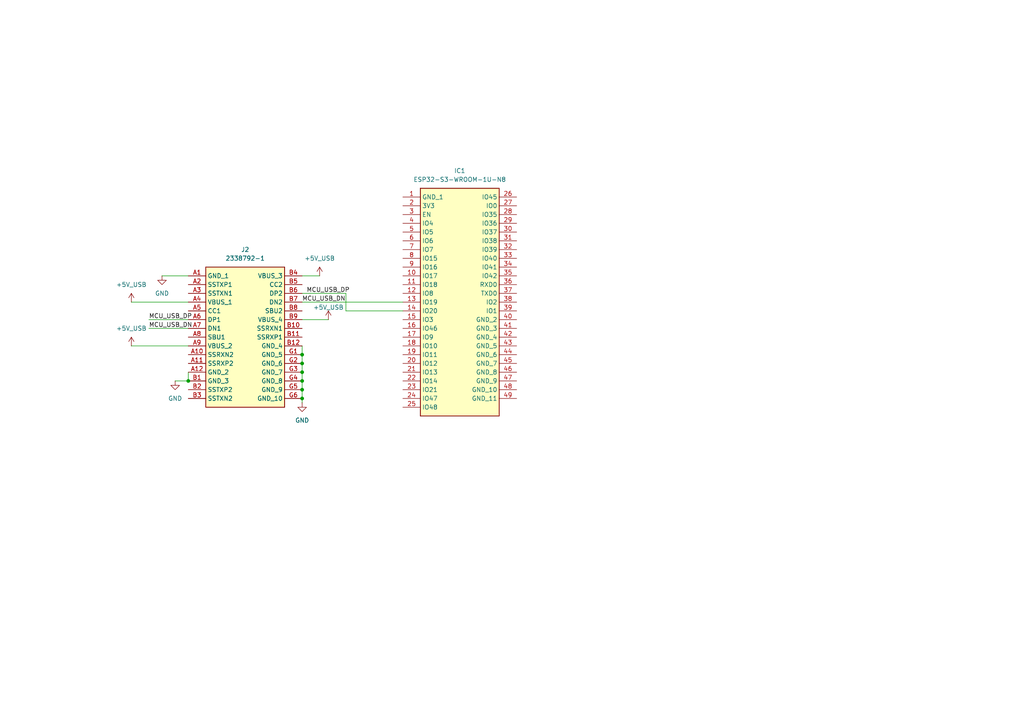
<source format=kicad_sch>
(kicad_sch (version 20250114) (generator "eeschema") (generator_version "9.0")
  (paper "A4")
  (lib_symbols
    (symbol "SamacSys_Parts:2338792-1"
      (property "Reference" "J" (at 29.21 7.62 0))
      (property "Value" "2338792-1" (at 29.21 5.08 0))
      (symbol "2338792-1_1_1"
        (rectangle (start 5.08 2.54) (end 27.94 -38.1) (stroke (width 0.254)) (fill (type background)))
        (pin passive line (at 0 0 0) (length 5.08) (name "GND_1") (number "A1"))
        (pin passive line (at 0 -2.54 0) (length 5.08) (name "SSTXP1") (number "A2"))
        (pin passive line (at 0 -5.08 0) (length 5.08) (name "SSTXN1") (number "A3"))
        (pin passive line (at 0 -7.62 0) (length 5.08) (name "VBUS_1") (number "A4"))
        (pin passive line (at 0 -10.16 0) (length 5.08) (name "CC1") (number "A5"))
        (pin passive line (at 0 -12.7 0) (length 5.08) (name "DP1") (number "A6"))
        (pin passive line (at 0 -15.24 0) (length 5.08) (name "DN1") (number "A7"))
        (pin passive line (at 0 -17.78 0) (length 5.08) (name "SBU1") (number "A8"))
        (pin passive line (at 0 -20.32 0) (length 5.08) (name "VBUS_2") (number "A9"))
        (pin passive line (at 0 -22.86 0) (length 5.08) (name "SSRXN2") (number "A10"))
        (pin passive line (at 0 -25.4 0) (length 5.08) (name "SSRXP2") (number "A11"))
        (pin passive line (at 0 -27.94 0) (length 5.08) (name "GND_2") (number "A12"))
        (pin passive line (at 0 -30.48 0) (length 5.08) (name "GND_3") (number "B1"))
        (pin passive line (at 0 -33.02 0) (length 5.08) (name "SSTXP2") (number "B2"))
        (pin passive line (at 0 -35.56 0) (length 5.08) (name "SSTXN2") (number "B3"))
        (pin passive line (at 33.02 0 180) (length 5.08) (name "VBUS_3") (number "B4"))
        (pin passive line (at 33.02 -2.54 180) (length 5.08) (name "CC2") (number "B5"))
        (pin passive line (at 33.02 -5.08 180) (length 5.08) (name "DP2") (number "B6"))
        (pin passive line (at 33.02 -7.62 180) (length 5.08) (name "DN2") (number "B7"))
        (pin passive line (at 33.02 -10.16 180) (length 5.08) (name "SBU2") (number "B8"))
        (pin passive line (at 33.02 -12.7 180) (length 5.08) (name "VBUS_4") (number "B9"))
        (pin passive line (at 33.02 -15.24 180) (length 5.08) (name "SSRXN1") (number "B10"))
        (pin passive line (at 33.02 -17.78 180) (length 5.08) (name "SSRXP1") (number "B11"))
        (pin passive line (at 33.02 -20.32 180) (length 5.08) (name "GND_4") (number "B12"))
        (pin passive line (at 33.02 -22.86 180) (length 5.08) (name "GND_5") (number "G1"))
        (pin passive line (at 33.02 -25.4 180) (length 5.08) (name "GND_6") (number "G2"))
        (pin passive line (at 33.02 -27.94 180) (length 5.08) (name "GND_7") (number "G3"))
        (pin passive line (at 33.02 -30.48 180) (length 5.08) (name "GND_8") (number "G4"))
        (pin passive line (at 33.02 -33.02 180) (length 5.08) (name "GND_9") (number "G5"))
        (pin passive line (at 33.02 -35.56 180) (length 5.08) (name "GND_10") (number "G6"))
      )
    )
    (symbol "SamacSys_Parts:ESP32-S3-WROOM-1U-N8"
      (property "Reference" "IC" (at 29.21 7.62 0))
      (property "Value" "ESP32-S3-WROOM-1U-N8" (at 29.21 5.08 0))
      (symbol "ESP32-S3-WROOM-1U-N8_1_1"
        (rectangle (start 5.08 2.54) (end 27.94 -63.5) (stroke (width 0.254)) (fill (type background)))
        (pin passive line (at 0 0 0) (length 5.08) (name "GND_1") (number "1"))
        (pin passive line (at 0 -2.54 0) (length 5.08) (name "3V3") (number "2"))
        (pin passive line (at 0 -5.08 0) (length 5.08) (name "EN") (number "3"))
        (pin passive line (at 0 -7.62 0) (length 5.08) (name "IO4") (number "4"))
        (pin passive line (at 0 -10.16 0) (length 5.08) (name "IO5") (number "5"))
        (pin passive line (at 0 -12.7 0) (length 5.08) (name "IO6") (number "6"))
        (pin passive line (at 0 -15.24 0) (length 5.08) (name "IO7") (number "7"))
        (pin passive line (at 0 -17.78 0) (length 5.08) (name "IO15") (number "8"))
        (pin passive line (at 0 -20.32 0) (length 5.08) (name "IO16") (number "9"))
        (pin passive line (at 0 -22.86 0) (length 5.08) (name "IO17") (number "10"))
        (pin passive line (at 0 -25.4 0) (length 5.08) (name "IO18") (number "11"))
        (pin passive line (at 0 -27.94 0) (length 5.08) (name "IO8") (number "12"))
        (pin passive line (at 0 -30.48 0) (length 5.08) (name "IO19") (number "13"))
        (pin passive line (at 0 -33.02 0) (length 5.08) (name "IO20") (number "14"))
        (pin passive line (at 0 -35.56 0) (length 5.08) (name "IO3") (number "15"))
        (pin passive line (at 0 -38.1 0) (length 5.08) (name "IO46") (number "16"))
        (pin passive line (at 0 -40.64 0) (length 5.08) (name "IO9") (number "17"))
        (pin passive line (at 0 -43.18 0) (length 5.08) (name "IO10") (number "18"))
        (pin passive line (at 0 -45.72 0) (length 5.08) (name "IO11") (number "19"))
        (pin passive line (at 0 -48.26 0) (length 5.08) (name "IO12") (number "20"))
        (pin passive line (at 0 -50.8 0) (length 5.08) (name "IO13") (number "21"))
        (pin passive line (at 0 -53.34 0) (length 5.08) (name "IO14") (number "22"))
        (pin passive line (at 0 -55.88 0) (length 5.08) (name "IO21") (number "23"))
        (pin passive line (at 0 -58.42 0) (length 5.08) (name "IO47") (number "24"))
        (pin passive line (at 0 -60.96 0) (length 5.08) (name "IO48") (number "25"))
        (pin passive line (at 33.02 0 180) (length 5.08) (name "IO45") (number "26"))
        (pin passive line (at 33.02 -2.54 180) (length 5.08) (name "IO0") (number "27"))
        (pin passive line (at 33.02 -5.08 180) (length 5.08) (name "IO35") (number "28"))
        (pin passive line (at 33.02 -7.62 180) (length 5.08) (name "IO36") (number "29"))
        (pin passive line (at 33.02 -10.16 180) (length 5.08) (name "IO37") (number "30"))
        (pin passive line (at 33.02 -12.7 180) (length 5.08) (name "IO38") (number "31"))
        (pin passive line (at 33.02 -15.24 180) (length 5.08) (name "IO39") (number "32"))
        (pin passive line (at 33.02 -17.78 180) (length 5.08) (name "IO40") (number "33"))
        (pin passive line (at 33.02 -20.32 180) (length 5.08) (name "IO41") (number "34"))
        (pin passive line (at 33.02 -22.86 180) (length 5.08) (name "IO42") (number "35"))
        (pin passive line (at 33.02 -25.4 180) (length 5.08) (name "RXD0") (number "36"))
        (pin passive line (at 33.02 -27.94 180) (length 5.08) (name "TXD0") (number "37"))
        (pin passive line (at 33.02 -30.48 180) (length 5.08) (name "IO2") (number "38"))
        (pin passive line (at 33.02 -33.02 180) (length 5.08) (name "IO1") (number "39"))
        (pin passive line (at 33.02 -35.56 180) (length 5.08) (name "GND_2") (number "40"))
        (pin passive line (at 33.02 -38.1 180) (length 5.08) (name "GND_3") (number "41"))
        (pin passive line (at 33.02 -40.64 180) (length 5.08) (name "GND_4") (number "42"))
        (pin passive line (at 33.02 -43.18 180) (length 5.08) (name "GND_5") (number "43"))
        (pin passive line (at 33.02 -45.72 180) (length 5.08) (name "GND_6") (number "44"))
        (pin passive line (at 33.02 -48.26 180) (length 5.08) (name "GND_7") (number "45"))
        (pin passive line (at 33.02 -50.8 180) (length 5.08) (name "GND_8") (number "46"))
        (pin passive line (at 33.02 -53.34 180) (length 5.08) (name "GND_9") (number "47"))
        (pin passive line (at 33.02 -55.88 180) (length 5.08) (name "GND_10") (number "48"))
        (pin passive line (at 33.02 -58.42 180) (length 5.08) (name "GND_11") (number "49"))
      )
    )
    (symbol "power:+5VA" (power) (pin_numbers (hide yes)) (pin_names (offset 0) (hide yes))
      (property "Value" "+5VA" (at 0 3.556 0))
      (symbol "+5VA_0_1"
        (polyline (pts (xy -0.762 1.27) (xy 0 2.54)))
        (polyline (pts (xy 0 2.54) (xy 0.762 1.27)))
        (polyline (pts (xy 0 0) (xy 0 2.54)))
      )
      (symbol "+5VA_1_1"
        (pin power_in line (at 0 0 90) (length 0) (name "~") (number "1"))
      )
    )
    (symbol "power:GND" (power) (pin_numbers (hide yes)) (pin_names (offset 0) (hide yes))
      (property "Value" "GND" (at 0 -3.81 0))
      (symbol "GND_0_1"
        (polyline (pts (xy 0 0) (xy 0 -1.27) (xy 1.27 -1.27) (xy 0 -2.54) (xy -1.27 -1.27) (xy 0 -1.27)))
      )
      (symbol "GND_1_1"
        (pin power_in line (at 0 0 270) (length 0) (name "~") (number "1"))
      )
    )
  )
  (junction (at 87.63 107.95))
  (junction (at 87.63 113.03))
  (junction (at 87.63 105.41))
  (junction (at 87.63 110.49))
  (junction (at 87.63 102.87))
  (junction (at 87.63 115.57))
  (junction (at 54.61 110.49))
  (wire (pts (xy 87.63 110.49) (xy 87.63 113.03)))
  (wire (pts (xy 87.63 92.71) (xy 95.25 92.71)))
  (wire (pts (xy 87.63 100.33) (xy 87.63 102.87)))
  (wire (pts (xy 100.33 85.09) (xy 100.33 90.17)))
  (wire (pts (xy 54.61 107.95) (xy 54.61 110.49)))
  (wire (pts (xy 87.63 105.41) (xy 87.63 107.95)))
  (wire (pts (xy 46.99 80.01) (xy 54.61 80.01)))
  (wire (pts (xy 87.63 107.95) (xy 87.63 110.49)))
  (wire (pts (xy 43.18 95.25) (xy 54.61 95.25)))
  (wire (pts (xy 87.63 87.63) (xy 116.84 87.63)))
  (wire (pts (xy 87.63 102.87) (xy 87.63 105.41)))
  (wire (pts (xy 87.63 115.57) (xy 87.63 116.84)))
  (wire (pts (xy 87.63 85.09) (xy 100.33 85.09)))
  (wire (pts (xy 87.63 113.03) (xy 87.63 115.57)))
  (wire (pts (xy 38.1 100.33) (xy 54.61 100.33)))
  (wire (pts (xy 87.63 80.01) (xy 92.71 80.01)))
  (wire (pts (xy 50.8 110.49) (xy 54.61 110.49)))
  (wire (pts (xy 38.1 87.63) (xy 54.61 87.63)))
  (wire (pts (xy 43.18 92.71) (xy 54.61 92.71)))
  (wire (pts (xy 100.33 90.17) (xy 116.84 90.17)))
  (label "MCU_USB_DP" (at 43.18 92.71 0))
  (label "MCU_USB_DN" (at 43.18 95.25 0))
  (label "MCU_USB_DP" (at 88.9 85.09 0))
  (label "MCU_USB_DN" (at 87.63 87.63 0))
  (symbol (lib_id "power:GND") (at 46.99 80.01 0) (unit 1)
    (property "Reference" "#PWR05" (effects (hide yes)))
    (property "Value" "GND" (at 46.99 85.09 0))
    (property "Description" "Power symbol creates a global label with name \"GND\" , ground" (effects (hide yes)))
  )
  (symbol (lib_id "SamacSys_Parts:2338792-1") (at 54.61 80.01 0) (unit 1)
    (property "Reference" "J2" (at 71.12 72.39 0))
    (property "Value" "2338792-1" (at 71.12 74.93 0))
    (property "Footprint" "23387921" (effects (hide yes)))
    (property "Datasheet" "https://www.te.com/commerce/DocumentDelivery/DDEController?Action=srchrtrv&DocNm=2338792&DocType=Customer+Drawing&DocLang=English&DocFormat=pdf&PartCntxt=2338792-1.html" (effects (hide yes)))
    (property "Description" "USB Connectors, C, 3.1 Gen 1, Standard Profile, Receptacle, 1 Port, Top, Right Angle, Reel, Through Hole - Solder / Surface Mount, Cable-to-Board" (effects (hide yes)))
    (property "Height" "3.55" (effects (hide yes)))
    (property "Mouser Part Number" "571-2338792-1" (effects (hide yes)))
    (property "Mouser Price/Stock" "https://www.mouser.co.uk/ProductDetail/TE-Connectivity/2338792-1?qs=P1JMDcb91o48A7J0Lklrxw%3D%3D" (effects (hide yes)))
    (property "Manufacturer_Name" "TE Connectivity" (effects (hide yes)))
    (property "Manufacturer_Part_Number" "2338792-1" (effects (hide yes)))
  )
  (symbol (lib_id "power:GND") (at 50.8 110.49 0) (unit 1)
    (property "Reference" "#PWR04" (effects (hide yes)))
    (property "Value" "GND" (at 50.8 115.57 0))
    (property "Description" "Power symbol creates a global label with name \"GND\" , ground" (effects (hide yes)))
  )
  (symbol (lib_id "power:+5VA") (at 38.1 87.63 0) (unit 1)
    (property "Reference" "#PWR06" (effects (hide yes)))
    (property "Value" "+5V_USB" (at 38.1 82.55 0))
    (property "Description" "Power symbol creates a global label with name \"+5VA\"" (effects (hide yes)))
  )
  (symbol (lib_id "power:+5VA") (at 92.71 80.01 0) (unit 1)
    (property "Reference" "#PWR08" (effects (hide yes)))
    (property "Value" "+5V_USB" (at 92.71 74.93 0))
    (property "Description" "Power symbol creates a global label with name \"+5VA\"" (effects (hide yes)))
  )
  (symbol (lib_id "power:GND") (at 87.63 116.84 0) (unit 1)
    (property "Reference" "#PWR03" (effects (hide yes)))
    (property "Value" "GND" (at 87.63 121.92 0))
    (property "Description" "Power symbol creates a global label with name \"GND\" , ground" (effects (hide yes)))
  )
  (symbol (lib_id "power:+5VA") (at 95.25 92.71 0) (unit 1)
    (property "Reference" "#PWR09" (effects (hide yes)))
    (property "Value" "+5V_USB" (at 95.25 89.154 0))
    (property "Description" "Power symbol creates a global label with name \"+5VA\"" (effects (hide yes)))
  )
  (symbol (lib_id "SamacSys_Parts:ESP32-S3-WROOM-1U-N8") (at 116.84 57.15 0) (unit 1)
    (property "Reference" "IC1" (at 133.35 49.53 0))
    (property "Value" "ESP32-S3-WROOM-1U-N8" (at 133.35 52.07 0))
    (property "Footprint" "ESP32S3WROOM1UN8" (effects (hide yes)))
    (property "Datasheet" "https://www.espressif.com/sites/default/files/documentation/esp32-s3-wroom-1_wroom-1u_datasheet_en.pdf" (effects (hide yes)))
    (property "Description" "Multiprotocol Modules SMD Module, ESP32-S3, 8 MB SPI Flash, IPEX Antenna Connector" (effects (hide yes)))
    (property "Height" "3.35" (effects (hide yes)))
    (property "Mouser Part Number" "356-ESP32S3WROOM1UN8" (effects (hide yes)))
    (property "Mouser Price/Stock" "https://www.mouser.co.uk/ProductDetail/Espressif-Systems/ESP32-S3-WROOM-1U-N8?qs=Li%252BoUPsLEntthfxdhgRI1w%3D%3D" (effects (hide yes)))
    (property "Manufacturer_Name" "Espressif Systems" (effects (hide yes)))
    (property "Manufacturer_Part_Number" "ESP32-S3-WROOM-1U-N8" (effects (hide yes)))
  )
  (symbol (lib_id "power:+5VA") (at 38.1 100.33 0) (unit 1)
    (property "Reference" "#PWR07" (effects (hide yes)))
    (property "Value" "+5V_USB" (at 38.1 95.25 0))
    (property "Description" "Power symbol creates a global label with name \"+5VA\"" (effects (hide yes)))
  )
)
</source>
